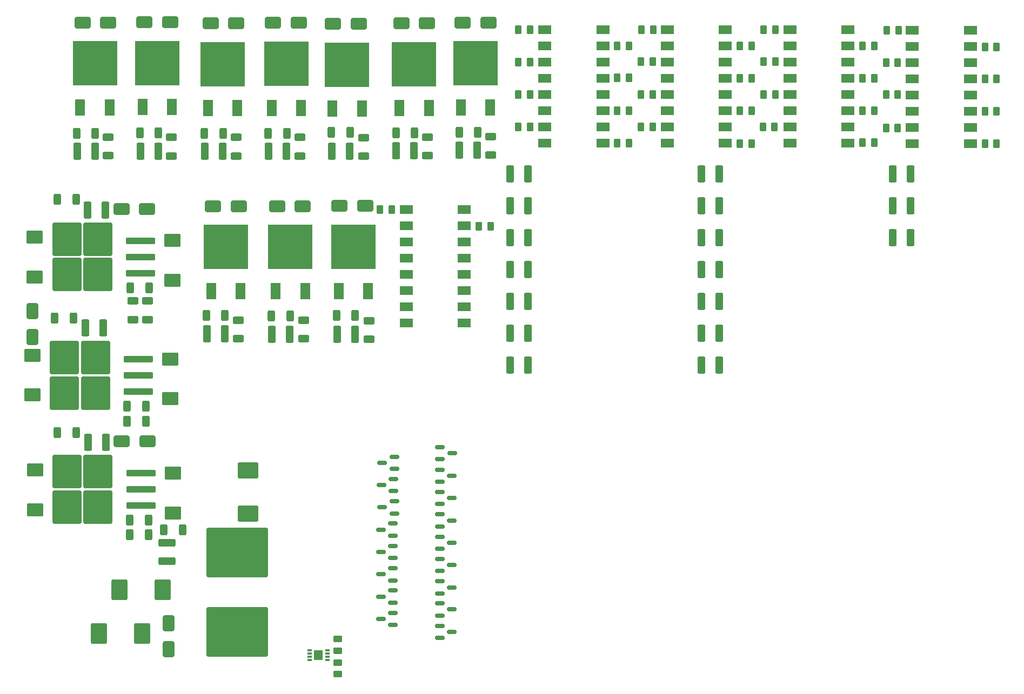
<source format=gbr>
%TF.GenerationSoftware,KiCad,Pcbnew,8.0.6*%
%TF.CreationDate,2025-01-04T02:04:51-08:00*%
%TF.ProjectId,MEP-MAXI-85V-1-REV-2-Interface-Board,4d45502d-4d41-4584-992d-3835562d312d,X1*%
%TF.SameCoordinates,Original*%
%TF.FileFunction,Paste,Top*%
%TF.FilePolarity,Positive*%
%FSLAX46Y46*%
G04 Gerber Fmt 4.6, Leading zero omitted, Abs format (unit mm)*
G04 Created by KiCad (PCBNEW 8.0.6) date 2025-01-04 02:04:51*
%MOMM*%
%LPD*%
G01*
G04 APERTURE LIST*
G04 Aperture macros list*
%AMRoundRect*
0 Rectangle with rounded corners*
0 $1 Rounding radius*
0 $2 $3 $4 $5 $6 $7 $8 $9 X,Y pos of 4 corners*
0 Add a 4 corners polygon primitive as box body*
4,1,4,$2,$3,$4,$5,$6,$7,$8,$9,$2,$3,0*
0 Add four circle primitives for the rounded corners*
1,1,$1+$1,$2,$3*
1,1,$1+$1,$4,$5*
1,1,$1+$1,$6,$7*
1,1,$1+$1,$8,$9*
0 Add four rect primitives between the rounded corners*
20,1,$1+$1,$2,$3,$4,$5,0*
20,1,$1+$1,$4,$5,$6,$7,0*
20,1,$1+$1,$6,$7,$8,$9,0*
20,1,$1+$1,$8,$9,$2,$3,0*%
G04 Aperture macros list end*
%ADD10RoundRect,0.250000X-0.375000X-1.075000X0.375000X-1.075000X0.375000X1.075000X-0.375000X1.075000X0*%
%ADD11RoundRect,0.250000X-1.000000X-0.650000X1.000000X-0.650000X1.000000X0.650000X-1.000000X0.650000X0*%
%ADD12RoundRect,0.250000X-0.312500X-0.625000X0.312500X-0.625000X0.312500X0.625000X-0.312500X0.625000X0*%
%ADD13RoundRect,0.250000X-0.262500X-0.450000X0.262500X-0.450000X0.262500X0.450000X-0.262500X0.450000X0*%
%ADD14RoundRect,0.250000X-0.625000X0.312500X-0.625000X-0.312500X0.625000X-0.312500X0.625000X0.312500X0*%
%ADD15RoundRect,0.250000X0.312500X0.625000X-0.312500X0.625000X-0.312500X-0.625000X0.312500X-0.625000X0*%
%ADD16RoundRect,0.150000X-0.587500X-0.150000X0.587500X-0.150000X0.587500X0.150000X-0.587500X0.150000X0*%
%ADD17R,1.500000X2.500000*%
%ADD18R,7.000000X7.000000*%
%ADD19RoundRect,0.250000X-1.025000X0.787500X-1.025000X-0.787500X1.025000X-0.787500X1.025000X0.787500X0*%
%ADD20RoundRect,0.250000X-1.400000X-1.000000X1.400000X-1.000000X1.400000X1.000000X-1.400000X1.000000X0*%
%ADD21R,2.100000X1.450000*%
%ADD22RoundRect,0.150000X0.587500X0.150000X-0.587500X0.150000X-0.587500X-0.150000X0.587500X-0.150000X0*%
%ADD23RoundRect,0.250000X1.000000X0.650000X-1.000000X0.650000X-1.000000X-0.650000X1.000000X-0.650000X0*%
%ADD24RoundRect,0.250000X2.050000X0.300000X-2.050000X0.300000X-2.050000X-0.300000X2.050000X-0.300000X0*%
%ADD25RoundRect,0.250000X2.025000X2.375000X-2.025000X2.375000X-2.025000X-2.375000X2.025000X-2.375000X0*%
%ADD26RoundRect,0.250000X-1.075000X0.375000X-1.075000X-0.375000X1.075000X-0.375000X1.075000X0.375000X0*%
%ADD27RoundRect,0.249998X-4.550002X3.650002X-4.550002X-3.650002X4.550002X-3.650002X4.550002X3.650002X0*%
%ADD28RoundRect,0.250000X-0.650000X1.000000X-0.650000X-1.000000X0.650000X-1.000000X0.650000X1.000000X0*%
%ADD29RoundRect,0.250000X-0.450000X0.262500X-0.450000X-0.262500X0.450000X-0.262500X0.450000X0.262500X0*%
%ADD30R,0.700000X0.300000*%
%ADD31R,1.400000X1.600000*%
%ADD32RoundRect,0.250000X0.625000X-0.312500X0.625000X0.312500X-0.625000X0.312500X-0.625000X-0.312500X0*%
%ADD33RoundRect,0.250000X-1.000000X1.400000X-1.000000X-1.400000X1.000000X-1.400000X1.000000X1.400000X0*%
G04 APERTURE END LIST*
D10*
%TO.C,D308*%
X74844000Y-112480000D03*
X77644000Y-112480000D03*
%TD*%
D11*
%TO.C,D520*%
X114269000Y-75420000D03*
X118269000Y-75420000D03*
%TD*%
D12*
%TO.C,R309*%
X70081500Y-110940000D03*
X73006500Y-110940000D03*
%TD*%
D10*
%TO.C,D521*%
X113069000Y-66880000D03*
X115869000Y-66880000D03*
%TD*%
D11*
%TO.C,D516*%
X104469000Y-75480000D03*
X108469000Y-75480000D03*
%TD*%
D13*
%TO.C,R732*%
X180706500Y-52830000D03*
X182531500Y-52830000D03*
%TD*%
D11*
%TO.C,D522*%
X113269000Y-46880000D03*
X117269000Y-46880000D03*
%TD*%
D13*
%TO.C,R704*%
X142281500Y-52880000D03*
X144106500Y-52880000D03*
%TD*%
D14*
%TO.C,R514*%
X137969000Y-64555000D03*
X137969000Y-67480000D03*
%TD*%
D15*
%TO.C,R311*%
X89681500Y-126180000D03*
X86756500Y-126180000D03*
%TD*%
D10*
%TO.C,D505*%
X93169000Y-66830000D03*
X95969000Y-66830000D03*
%TD*%
D13*
%TO.C,R742*%
X196206500Y-55430000D03*
X198031500Y-55430000D03*
%TD*%
D10*
%TO.C,D501*%
X73144000Y-66862500D03*
X75944000Y-66862500D03*
%TD*%
D16*
%TO.C,Q801*%
X130031500Y-113230000D03*
X130031500Y-115130000D03*
X131906500Y-114180000D03*
%TD*%
D17*
%TO.C,Q501*%
X73644000Y-59960000D03*
D18*
X75944000Y-53060000D03*
D17*
X78244000Y-59960000D03*
%TD*%
D12*
%TO.C,R301*%
X81006500Y-106855000D03*
X83931500Y-106855000D03*
%TD*%
D17*
%TO.C,Q506*%
X133269000Y-59980000D03*
D18*
X135569000Y-53080000D03*
D17*
X137869000Y-59980000D03*
%TD*%
D11*
%TO.C,D512*%
X133569000Y-46680000D03*
X137569000Y-46680000D03*
%TD*%
D13*
%TO.C,R733*%
X180706500Y-57930000D03*
X182531500Y-57930000D03*
%TD*%
D15*
%TO.C,R518*%
X115931500Y-63880000D03*
X113006500Y-63880000D03*
%TD*%
%TO.C,R512*%
X106531500Y-92680000D03*
X103606500Y-92680000D03*
%TD*%
D17*
%TO.C,Q507*%
X94169000Y-88780000D03*
D18*
X96469000Y-81880000D03*
D17*
X98769000Y-88780000D03*
%TD*%
D10*
%TO.C,D503*%
X83044000Y-66840000D03*
X85844000Y-66840000D03*
%TD*%
D19*
%TO.C,C304*%
X66169000Y-98842500D03*
X66169000Y-105067500D03*
%TD*%
D20*
%TO.C,D303*%
X99969000Y-116880000D03*
X99969000Y-123680000D03*
%TD*%
D21*
%TO.C,IC701*%
X146419000Y-47790000D03*
X146419000Y-50330000D03*
X146419000Y-52870000D03*
X146419000Y-55410000D03*
X146419000Y-57950000D03*
X146419000Y-60490000D03*
X146419000Y-63030000D03*
X146419000Y-65570000D03*
X155519000Y-65570000D03*
X155519000Y-63030000D03*
X155519000Y-60490000D03*
X155519000Y-57950000D03*
X155519000Y-55410000D03*
X155519000Y-52870000D03*
X155519000Y-50330000D03*
X155519000Y-47790000D03*
%TD*%
D17*
%TO.C,Q504*%
X103669000Y-60042500D03*
D18*
X105969000Y-53142500D03*
D17*
X108269000Y-60042500D03*
%TD*%
D10*
%TO.C,D704*%
X140969000Y-85380000D03*
X143769000Y-85380000D03*
%TD*%
D13*
%TO.C,R705*%
X142269000Y-57980000D03*
X144094000Y-57980000D03*
%TD*%
%TO.C,R729*%
X199906500Y-57990000D03*
X201731500Y-57990000D03*
%TD*%
%TO.C,R743*%
X196206500Y-60530000D03*
X198031500Y-60530000D03*
%TD*%
D10*
%TO.C,D511*%
X133069000Y-66680000D03*
X135869000Y-66680000D03*
%TD*%
%TO.C,D703*%
X140969000Y-80380000D03*
X143769000Y-80380000D03*
%TD*%
D22*
%TO.C,Q712*%
X122844000Y-123630000D03*
X122844000Y-121730000D03*
X120969000Y-122680000D03*
%TD*%
D10*
%TO.C,D705*%
X140969000Y-90380000D03*
X143769000Y-90380000D03*
%TD*%
D11*
%TO.C,D508*%
X103869000Y-46742500D03*
X107869000Y-46742500D03*
%TD*%
D14*
%TO.C,R306*%
X84169000Y-90317500D03*
X84169000Y-93242500D03*
%TD*%
D17*
%TO.C,Q505*%
X123669000Y-60090000D03*
D18*
X125969000Y-53190000D03*
D17*
X128269000Y-60090000D03*
%TD*%
D19*
%TO.C,C305*%
X88119000Y-80845000D03*
X88119000Y-87070000D03*
%TD*%
D10*
%TO.C,D309*%
X74819000Y-76057500D03*
X77619000Y-76057500D03*
%TD*%
D23*
%TO.C,D305*%
X84144000Y-112340000D03*
X80144000Y-112340000D03*
%TD*%
D10*
%TO.C,D709*%
X170969000Y-75380000D03*
X173769000Y-75380000D03*
%TD*%
D24*
%TO.C,U302*%
X83144000Y-122420000D03*
X83144000Y-119880000D03*
D25*
X76419000Y-122655000D03*
X76419000Y-117105000D03*
X71569000Y-122655000D03*
X71569000Y-117105000D03*
D24*
X83144000Y-117340000D03*
%TD*%
D17*
%TO.C,Q509*%
X114169000Y-88780000D03*
D18*
X116469000Y-81880000D03*
D17*
X118769000Y-88780000D03*
%TD*%
D21*
%TO.C,IC702*%
X165619000Y-47790000D03*
X165619000Y-50330000D03*
X165619000Y-52870000D03*
X165619000Y-55410000D03*
X165619000Y-57950000D03*
X165619000Y-60490000D03*
X165619000Y-63030000D03*
X165619000Y-65570000D03*
X174719000Y-65570000D03*
X174719000Y-63030000D03*
X174719000Y-60490000D03*
X174719000Y-57950000D03*
X174719000Y-55410000D03*
X174719000Y-52870000D03*
X174719000Y-50330000D03*
X174719000Y-47790000D03*
%TD*%
D14*
%TO.C,R515*%
X98369000Y-93317500D03*
X98369000Y-96242500D03*
%TD*%
D13*
%TO.C,R710*%
X161506500Y-63030000D03*
X163331500Y-63030000D03*
%TD*%
D10*
%TO.C,D515*%
X103669000Y-95580000D03*
X106469000Y-95580000D03*
%TD*%
D11*
%TO.C,D506*%
X94069000Y-46830000D03*
X98069000Y-46830000D03*
%TD*%
D26*
%TO.C,D310*%
X87219000Y-128280000D03*
X87219000Y-131080000D03*
%TD*%
D13*
%TO.C,R801*%
X120606500Y-75990000D03*
X122431500Y-75990000D03*
%TD*%
D21*
%TO.C,IC801*%
X124719000Y-75990000D03*
X124719000Y-78530000D03*
X124719000Y-81070000D03*
X124719000Y-83610000D03*
X124719000Y-86150000D03*
X124719000Y-88690000D03*
X124719000Y-91230000D03*
X124719000Y-93770000D03*
X133819000Y-93770000D03*
X133819000Y-91230000D03*
X133819000Y-88690000D03*
X133819000Y-86150000D03*
X133819000Y-83610000D03*
X133819000Y-81070000D03*
X133819000Y-78530000D03*
X133819000Y-75990000D03*
%TD*%
D13*
%TO.C,R728*%
X199906500Y-52990000D03*
X201731500Y-52990000D03*
%TD*%
D19*
%TO.C,C302*%
X87769000Y-99442500D03*
X87769000Y-105667500D03*
%TD*%
D13*
%TO.C,R719*%
X177006500Y-60530000D03*
X178831500Y-60530000D03*
%TD*%
D10*
%TO.C,D712*%
X170969000Y-90380000D03*
X173769000Y-90380000D03*
%TD*%
D13*
%TO.C,R706*%
X142281500Y-63080000D03*
X144106500Y-63080000D03*
%TD*%
D10*
%TO.C,D507*%
X103131500Y-66842500D03*
X105931500Y-66842500D03*
%TD*%
D14*
%TO.C,R521*%
X118869000Y-93417500D03*
X118869000Y-96342500D03*
%TD*%
D27*
%TO.C,C301*%
X98269000Y-129730000D03*
X98269000Y-142230000D03*
%TD*%
D14*
%TO.C,R516*%
X108669000Y-93317500D03*
X108669000Y-96242500D03*
%TD*%
D22*
%TO.C,Q704*%
X122656500Y-137630000D03*
X122656500Y-135730000D03*
X120781500Y-136680000D03*
%TD*%
D16*
%TO.C,Q705*%
X129969000Y-134280000D03*
X129969000Y-136180000D03*
X131844000Y-135230000D03*
%TD*%
D19*
%TO.C,C307*%
X66519000Y-80345000D03*
X66519000Y-86570000D03*
%TD*%
D23*
%TO.C,D306*%
X84119000Y-75957500D03*
X80119000Y-75957500D03*
%TD*%
D22*
%TO.C,Q716*%
X122844000Y-116650000D03*
X122844000Y-114750000D03*
X120969000Y-115700000D03*
%TD*%
D14*
%TO.C,R505*%
X78044000Y-64637500D03*
X78044000Y-67562500D03*
%TD*%
D24*
%TO.C,U301*%
X82744000Y-104520000D03*
X82744000Y-101980000D03*
D25*
X76019000Y-104755000D03*
X76019000Y-99205000D03*
X71169000Y-104755000D03*
X71169000Y-99205000D03*
D24*
X82744000Y-99440000D03*
%TD*%
D15*
%TO.C,R503*%
X96031500Y-64030000D03*
X93106500Y-64030000D03*
%TD*%
D14*
%TO.C,R508*%
X108031500Y-64680000D03*
X108031500Y-67605000D03*
%TD*%
D16*
%TO.C,Q707*%
X129969000Y-130780000D03*
X129969000Y-132680000D03*
X131844000Y-131730000D03*
%TD*%
D19*
%TO.C,C303*%
X88144000Y-117327500D03*
X88144000Y-123552500D03*
%TD*%
D13*
%TO.C,R715*%
X157781500Y-60480000D03*
X159606500Y-60480000D03*
%TD*%
D28*
%TO.C,D304*%
X66169000Y-91955000D03*
X66169000Y-95955000D03*
%TD*%
D10*
%TO.C,D519*%
X113869000Y-95580000D03*
X116669000Y-95580000D03*
%TD*%
D13*
%TO.C,R718*%
X177006500Y-55430000D03*
X178831500Y-55430000D03*
%TD*%
D15*
%TO.C,R501*%
X76006500Y-64062500D03*
X73081500Y-64062500D03*
%TD*%
D10*
%TO.C,D701*%
X140969000Y-70380000D03*
X143769000Y-70380000D03*
%TD*%
D13*
%TO.C,R740*%
X215406500Y-65690000D03*
X217231500Y-65690000D03*
%TD*%
D10*
%TO.C,D307*%
X74419000Y-94555000D03*
X77219000Y-94555000D03*
%TD*%
D15*
%TO.C,R502*%
X85906500Y-63940000D03*
X82981500Y-63940000D03*
%TD*%
D13*
%TO.C,R739*%
X215406500Y-60590000D03*
X217231500Y-60590000D03*
%TD*%
%TO.C,R720*%
X177006500Y-65630000D03*
X178831500Y-65630000D03*
%TD*%
D12*
%TO.C,R305*%
X81506500Y-88280000D03*
X84431500Y-88280000D03*
%TD*%
D13*
%TO.C,R731*%
X180706500Y-47830000D03*
X182531500Y-47830000D03*
%TD*%
D11*
%TO.C,D502*%
X74044000Y-46700000D03*
X78044000Y-46700000D03*
%TD*%
D10*
%TO.C,D715*%
X200969000Y-70380000D03*
X203769000Y-70380000D03*
%TD*%
%TO.C,D509*%
X123169000Y-66790000D03*
X125969000Y-66790000D03*
%TD*%
D13*
%TO.C,R714*%
X157781500Y-55380000D03*
X159606500Y-55380000D03*
%TD*%
%TO.C,R737*%
X215406500Y-50490000D03*
X217231500Y-50490000D03*
%TD*%
D17*
%TO.C,Q502*%
X83406500Y-59940000D03*
D18*
X85706500Y-53040000D03*
D17*
X88006500Y-59940000D03*
%TD*%
D16*
%TO.C,Q715*%
X129969000Y-116780000D03*
X129969000Y-118680000D03*
X131844000Y-117730000D03*
%TD*%
D13*
%TO.C,R703*%
X142281500Y-47780000D03*
X144106500Y-47780000D03*
%TD*%
D29*
%TO.C,R402*%
X113969000Y-147017500D03*
X113969000Y-148842500D03*
%TD*%
D10*
%TO.C,D702*%
X140969000Y-75380000D03*
X143769000Y-75380000D03*
%TD*%
D17*
%TO.C,Q503*%
X93669000Y-60090000D03*
D18*
X95969000Y-53190000D03*
D17*
X98269000Y-60090000D03*
%TD*%
D15*
%TO.C,R510*%
X135931500Y-63880000D03*
X133006500Y-63880000D03*
%TD*%
D10*
%TO.C,D713*%
X170969000Y-95380000D03*
X173769000Y-95380000D03*
%TD*%
D11*
%TO.C,D514*%
X94469000Y-75480000D03*
X98469000Y-75480000D03*
%TD*%
D13*
%TO.C,R708*%
X161506500Y-52830000D03*
X163331500Y-52830000D03*
%TD*%
D10*
%TO.C,D707*%
X140969000Y-100380000D03*
X143769000Y-100380000D03*
%TD*%
D22*
%TO.C,Q714*%
X122719000Y-120130000D03*
X122719000Y-118230000D03*
X120844000Y-119180000D03*
%TD*%
D13*
%TO.C,R734*%
X180606500Y-63030000D03*
X182431500Y-63030000D03*
%TD*%
D19*
%TO.C,C306*%
X66544000Y-116827500D03*
X66544000Y-123052500D03*
%TD*%
D13*
%TO.C,R709*%
X161506500Y-57930000D03*
X163331500Y-57930000D03*
%TD*%
D15*
%TO.C,R304*%
X84331500Y-126980000D03*
X81406500Y-126980000D03*
%TD*%
D30*
%TO.C,IC401*%
X109569000Y-145117500D03*
X109569000Y-145617500D03*
X109569000Y-146117500D03*
X109569000Y-146617500D03*
X112369000Y-146617500D03*
X112369000Y-146117500D03*
X112369000Y-145617500D03*
X112369000Y-145117500D03*
D31*
X110969000Y-145867500D03*
%TD*%
D13*
%TO.C,R738*%
X215406500Y-55490000D03*
X217231500Y-55490000D03*
%TD*%
D17*
%TO.C,Q508*%
X104269000Y-88780000D03*
D18*
X106569000Y-81880000D03*
D17*
X108869000Y-88780000D03*
%TD*%
D15*
%TO.C,R302*%
X83931500Y-109155000D03*
X81006500Y-109155000D03*
%TD*%
%TO.C,R509*%
X126031500Y-63990000D03*
X123106500Y-63990000D03*
%TD*%
D14*
%TO.C,R513*%
X128069000Y-64627500D03*
X128069000Y-67552500D03*
%TD*%
D16*
%TO.C,Q701*%
X129969000Y-141280000D03*
X129969000Y-143180000D03*
X131844000Y-142230000D03*
%TD*%
D13*
%TO.C,R727*%
X200006500Y-47890000D03*
X201831500Y-47890000D03*
%TD*%
D32*
%TO.C,R307*%
X81869000Y-93242500D03*
X81869000Y-90317500D03*
%TD*%
D15*
%TO.C,R511*%
X96331500Y-92580000D03*
X93406500Y-92580000D03*
%TD*%
D33*
%TO.C,D311*%
X83369000Y-142430000D03*
X76569000Y-142430000D03*
%TD*%
D15*
%TO.C,R504*%
X105994000Y-64042500D03*
X103069000Y-64042500D03*
%TD*%
D13*
%TO.C,R741*%
X196206500Y-50330000D03*
X198031500Y-50330000D03*
%TD*%
D10*
%TO.C,D706*%
X140969000Y-95380000D03*
X143769000Y-95380000D03*
%TD*%
%TO.C,D711*%
X170969000Y-85380000D03*
X173769000Y-85380000D03*
%TD*%
D12*
%TO.C,R310*%
X70056500Y-74417500D03*
X72981500Y-74417500D03*
%TD*%
D33*
%TO.C,D301*%
X86569000Y-135580000D03*
X79769000Y-135580000D03*
%TD*%
D13*
%TO.C,R805*%
X136106500Y-78590000D03*
X137931500Y-78590000D03*
%TD*%
D29*
%TO.C,R401*%
X113969000Y-143317500D03*
X113969000Y-145142500D03*
%TD*%
D21*
%TO.C,IC704*%
X184819000Y-47790000D03*
X184819000Y-50330000D03*
X184819000Y-52870000D03*
X184819000Y-55410000D03*
X184819000Y-57950000D03*
X184819000Y-60490000D03*
X184819000Y-63030000D03*
X184819000Y-65570000D03*
X193919000Y-65570000D03*
X193919000Y-63030000D03*
X193919000Y-60490000D03*
X193919000Y-57950000D03*
X193919000Y-55410000D03*
X193919000Y-52870000D03*
X193919000Y-50330000D03*
X193919000Y-47790000D03*
%TD*%
D10*
%TO.C,D708*%
X170969000Y-70380000D03*
X173769000Y-70380000D03*
%TD*%
D16*
%TO.C,Q713*%
X129969000Y-120280000D03*
X129969000Y-122180000D03*
X131844000Y-121230000D03*
%TD*%
D22*
%TO.C,Q706*%
X122656500Y-134130000D03*
X122656500Y-132230000D03*
X120781500Y-133180000D03*
%TD*%
D12*
%TO.C,R308*%
X69656500Y-93055000D03*
X72581500Y-93055000D03*
%TD*%
D15*
%TO.C,R517*%
X116731500Y-92580000D03*
X113806500Y-92580000D03*
%TD*%
D17*
%TO.C,Q510*%
X113169000Y-60180000D03*
D18*
X115469000Y-53280000D03*
D17*
X117769000Y-60180000D03*
%TD*%
D10*
%TO.C,D801*%
X200969000Y-80380000D03*
X203769000Y-80380000D03*
%TD*%
D16*
%TO.C,Q703*%
X129969000Y-137730000D03*
X129969000Y-139630000D03*
X131844000Y-138680000D03*
%TD*%
%TO.C,Q711*%
X129969000Y-123780000D03*
X129969000Y-125680000D03*
X131844000Y-124730000D03*
%TD*%
D10*
%TO.C,D716*%
X200969000Y-75380000D03*
X203769000Y-75380000D03*
%TD*%
%TO.C,D513*%
X93469000Y-95480000D03*
X96269000Y-95480000D03*
%TD*%
D22*
%TO.C,Q702*%
X122656500Y-141130000D03*
X122656500Y-139230000D03*
X120781500Y-140180000D03*
%TD*%
D21*
%TO.C,IC703*%
X204019000Y-47890000D03*
X204019000Y-50430000D03*
X204019000Y-52970000D03*
X204019000Y-55510000D03*
X204019000Y-58050000D03*
X204019000Y-60590000D03*
X204019000Y-63130000D03*
X204019000Y-65670000D03*
X213119000Y-65670000D03*
X213119000Y-63130000D03*
X213119000Y-60590000D03*
X213119000Y-58050000D03*
X213119000Y-55510000D03*
X213119000Y-52970000D03*
X213119000Y-50430000D03*
X213119000Y-47890000D03*
%TD*%
D14*
%TO.C,R522*%
X118069000Y-64717500D03*
X118069000Y-67642500D03*
%TD*%
D11*
%TO.C,D510*%
X123969000Y-46790000D03*
X127969000Y-46790000D03*
%TD*%
D22*
%TO.C,Q710*%
X122656500Y-127130000D03*
X122656500Y-125230000D03*
X120781500Y-126180000D03*
%TD*%
D24*
%TO.C,U303*%
X83119000Y-85957500D03*
X83119000Y-83417500D03*
D25*
X76394000Y-86192500D03*
X76394000Y-80642500D03*
X71544000Y-86192500D03*
X71544000Y-80642500D03*
D24*
X83119000Y-80877500D03*
%TD*%
D28*
%TO.C,D302*%
X87469000Y-140880000D03*
X87469000Y-144880000D03*
%TD*%
D13*
%TO.C,R744*%
X196206500Y-65530000D03*
X198031500Y-65530000D03*
%TD*%
%TO.C,R713*%
X157781500Y-50380000D03*
X159606500Y-50380000D03*
%TD*%
D14*
%TO.C,R506*%
X87944000Y-64677500D03*
X87944000Y-67602500D03*
%TD*%
D13*
%TO.C,R707*%
X161606500Y-47830000D03*
X163431500Y-47830000D03*
%TD*%
%TO.C,R730*%
X199906500Y-63190000D03*
X201731500Y-63190000D03*
%TD*%
D10*
%TO.C,D714*%
X170969000Y-100380000D03*
X173769000Y-100380000D03*
%TD*%
D16*
%TO.C,Q709*%
X129969000Y-127280000D03*
X129969000Y-129180000D03*
X131844000Y-128230000D03*
%TD*%
D13*
%TO.C,R717*%
X177006500Y-50330000D03*
X178831500Y-50330000D03*
%TD*%
%TO.C,R716*%
X157781500Y-65580000D03*
X159606500Y-65580000D03*
%TD*%
D12*
%TO.C,R303*%
X81406500Y-124680000D03*
X84331500Y-124680000D03*
%TD*%
D22*
%TO.C,Q708*%
X122656500Y-130630000D03*
X122656500Y-128730000D03*
X120781500Y-129680000D03*
%TD*%
D14*
%TO.C,R507*%
X98069000Y-64667500D03*
X98069000Y-67592500D03*
%TD*%
D11*
%TO.C,D504*%
X83706500Y-46640000D03*
X87706500Y-46640000D03*
%TD*%
D10*
%TO.C,D710*%
X170969000Y-80380000D03*
X173769000Y-80380000D03*
%TD*%
M02*

</source>
